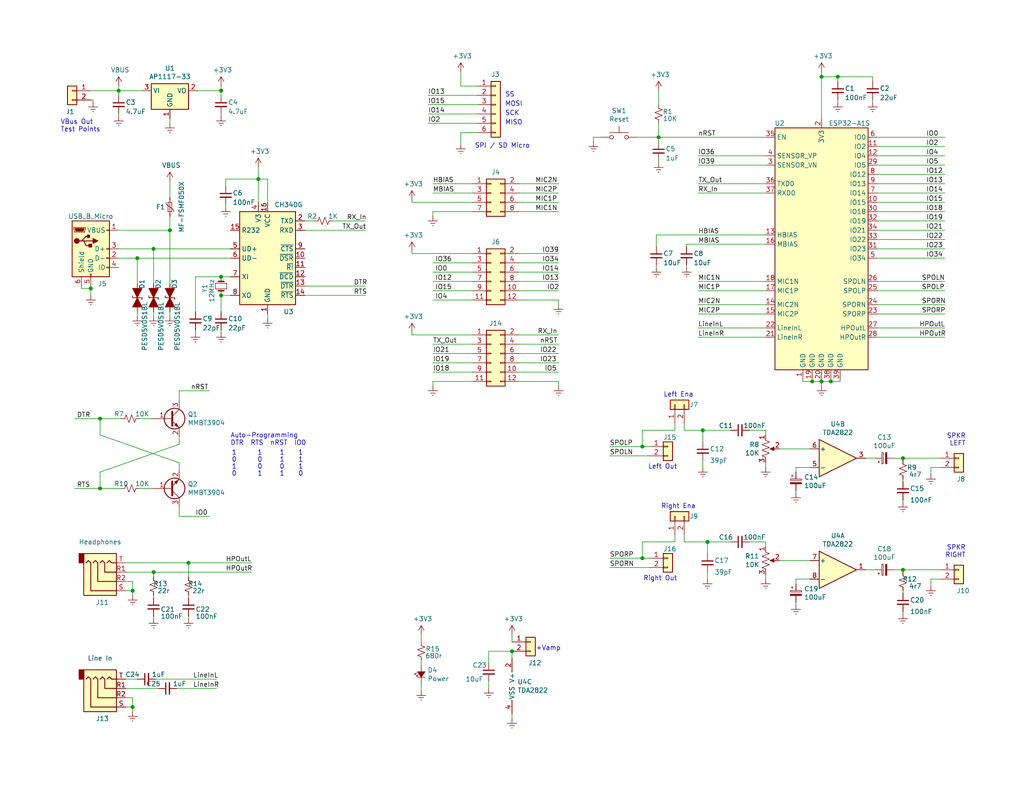
<source format=kicad_sch>
(kicad_sch (version 20231120) (generator "eeschema") (generator_version "8.0")
  (paper "A")
  (title_block (title "ESP32-A1S Breakout") (date "2021-03-21") (rev "1") (company "Gadget Reboot") (comment 1 "https://www.youtube.com/gadgetreboot") (comment 2 "https://github.com/GadgetReboot/ESP32-A1S"))
  (junction (at 224.155 20.955))
  (junction (at 70.485 48.895))
  (junction (at 27.305 133.35))
  (junction (at 36.195 193.04))
  (junction (at 139.7 177.8))
  (junction (at 246.38 125.095))
  (junction (at 24.765 78.74))
  (junction (at 228.6 20.955))
  (junction (at 179.705 37.465))
  (junction (at 191.77 117.475))
  (junction (at 60.325 75.565))
  (junction (at 224.155 104.14))
  (junction (at 60.325 24.765))
  (junction (at 175.26 121.92))
  (junction (at 37.465 70.485))
  (junction (at 193.04 147.955))
  (junction (at 51.435 153.67))
  (junction (at 32.385 24.765))
  (junction (at 27.305 114.3))
  (junction (at 46.355 62.865))
  (junction (at 246.38 155.575))
  (junction (at 41.91 67.945))
  (junction (at 36.195 161.29))
  (junction (at 41.91 156.21))
  (junction (at 226.695 104.14))
  (junction (at 60.325 80.645))
  (junction (at 221.615 104.14))
  (junction (at 175.26 152.4))
  (wire (pts (xy 51.435 168.91) (xy 51.435 168.275)))
  (wire (pts (xy 70.485 48.895) (xy 70.485 45.72)))
  (wire (pts (xy 112.395 69.215) (xy 128.905 69.215)))
  (wire (pts (xy 246.38 131.445) (xy 246.38 130.81)))
  (wire (pts (xy 60.325 26.035) (xy 60.325 24.765)))
  (wire (pts (xy 48.895 109.22) (xy 48.895 106.68)))
  (wire (pts (xy 73.025 55.245) (xy 73.025 48.895)))
  (wire (pts (xy 118.11 93.98) (xy 128.905 93.98)))
  (wire (pts (xy 217.17 134.62) (xy 217.17 133.985)))
  (wire (pts (xy 152.4 104.14) (xy 141.605 104.14)))
  (wire (pts (xy 191.77 120.65) (xy 191.77 117.475)))
  (wire (pts (xy 60.325 85.09) (xy 60.325 80.645)))
  (wire (pts (xy 128.905 57.785) (xy 118.11 57.785)))
  (wire (pts (xy 193.04 151.13) (xy 193.04 147.955)))
  (wire (pts (xy 34.29 153.67) (xy 51.435 153.67)))
  (wire (pts (xy 36.195 193.04) (xy 36.195 194.31)))
  (wire (pts (xy 48.26 187.96) (xy 59.055 187.96)))
  (wire (pts (xy 179.07 73.025) (xy 179.07 72.39)))
  (wire (pts (xy 38.1 114.3) (xy 41.275 114.3)))
  (wire (pts (xy 114.935 186.69) (xy 114.935 188.595)))
  (wire (pts (xy 224.155 104.14) (xy 224.155 103.505)))
  (wire (pts (xy 60.325 31.75) (xy 60.325 31.115)))
  (wire (pts (xy 22.225 78.74) (xy 24.765 78.74)))
  (wire (pts (xy 37.465 86.36) (xy 37.465 85.09)))
  (wire (pts (xy 141.605 99.06) (xy 152.4 99.06)))
  (wire (pts (xy 208.915 92.075) (xy 190.5 92.075)))
  (wire (pts (xy 226.695 103.505) (xy 226.695 104.14)))
  (wire (pts (xy 186.69 147.955) (xy 193.04 147.955)))
  (wire (pts (xy 118.11 74.295) (xy 128.905 74.295)))
  (wire (pts (xy 220.98 158.115) (xy 217.17 158.115)))
  (wire (pts (xy 246.38 125.095) (xy 246.38 125.73)))
  (wire (pts (xy 243.84 155.575) (xy 246.38 155.575)))
  (wire (pts (xy 152.4 105.41) (xy 152.4 104.14)))
  (wire (pts (xy 246.38 155.575) (xy 246.38 156.21)))
  (wire (pts (xy 228.6 20.955) (xy 224.155 20.955)))
  (wire (pts (xy 130.175 28.575) (xy 116.84 28.575)))
  (wire (pts (xy 141.605 101.6) (xy 152.4 101.6)))
  (wire (pts (xy 118.11 104.14) (xy 118.11 105.41)))
  (wire (pts (xy 25.4 27.94) (xy 25.4 27.305)))
  (wire (pts (xy 36.195 190.5) (xy 36.195 193.04)))
  (wire (pts (xy 221.615 103.505) (xy 221.615 104.14)))
  (wire (pts (xy 48.895 121.285) (xy 27.305 128.905)))
  (wire (pts (xy 208.915 79.375) (xy 190.5 79.375)))
  (wire (pts (xy 46.355 33.655) (xy 46.355 32.385)))
  (wire (pts (xy 208.915 83.185) (xy 190.5 83.185)))
  (wire (pts (xy 51.435 163.195) (xy 51.435 162.56)))
  (wire (pts (xy 257.81 89.535) (xy 239.395 89.535)))
  (wire (pts (xy 27.305 118.745) (xy 27.305 114.3)))
  (wire (pts (xy 238.125 27.94) (xy 238.125 27.305)))
  (wire (pts (xy 224.155 20.955) (xy 224.155 32.385)))
  (wire (pts (xy 73.025 48.895) (xy 70.485 48.895)))
  (wire (pts (xy 46.355 49.53) (xy 46.355 53.975)))
  (wire (pts (xy 208.915 89.535) (xy 190.5 89.535)))
  (wire (pts (xy 118.11 79.375) (xy 128.905 79.375)))
  (wire (pts (xy 219.075 104.14) (xy 221.615 104.14)))
  (wire (pts (xy 41.91 156.21) (xy 68.58 156.21)))
  (wire (pts (xy 53.34 90.805) (xy 53.34 90.17)))
  (wire (pts (xy 212.725 153.035) (xy 220.98 153.035)))
  (wire (pts (xy 246.38 137.16) (xy 246.38 136.525)))
  (wire (pts (xy 257.81 65.405) (xy 239.395 65.405)))
  (wire (pts (xy 48.895 138.43) (xy 48.895 140.97)))
  (wire (pts (xy 224.155 105.41) (xy 224.155 104.14)))
  (wire (pts (xy 24.765 78.74) (xy 24.765 78.105)))
  (wire (pts (xy 179.705 33.655) (xy 179.705 37.465)))
  (wire (pts (xy 152.4 81.915) (xy 141.605 81.915)))
  (wire (pts (xy 118.11 99.06) (xy 128.905 99.06)))
  (wire (pts (xy 34.29 158.75) (xy 36.195 158.75)))
  (wire (pts (xy 208.915 117.475) (xy 208.915 118.745)))
  (wire (pts (xy 141.605 71.755) (xy 152.4 71.755)))
  (wire (pts (xy 46.355 86.36) (xy 46.355 85.09)))
  (wire (pts (xy 239.395 83.185) (xy 257.81 83.185)))
  (wire (pts (xy 224.155 19.685) (xy 224.155 20.955)))
  (wire (pts (xy 257.81 37.465) (xy 239.395 37.465)))
  (wire (pts (xy 257.81 47.625) (xy 239.395 47.625)))
  (wire (pts (xy 179.07 64.135) (xy 208.915 64.135)))
  (wire (pts (xy 257.81 40.005) (xy 239.395 40.005)))
  (wire (pts (xy 141.605 57.785) (xy 152.4 57.785)))
  (wire (pts (xy 22.225 78.105) (xy 22.225 78.74)))
  (wire (pts (xy 83.185 60.325) (xy 85.725 60.325)))
  (wire (pts (xy 220.98 122.555) (xy 212.725 122.555)))
  (wire (pts (xy 246.38 161.925) (xy 246.38 161.29)))
  (wire (pts (xy 61.595 50.8) (xy 61.595 48.895)))
  (wire (pts (xy 184.15 146.05) (xy 184.15 147.955)))
  (wire (pts (xy 118.11 101.6) (xy 128.905 101.6)))
  (wire (pts (xy 226.695 104.14) (xy 224.155 104.14)))
  (wire (pts (xy 41.91 168.91) (xy 41.91 168.275)))
  (wire (pts (xy 228.6 22.225) (xy 228.6 20.955)))
  (wire (pts (xy 257.81 70.485) (xy 239.395 70.485)))
  (wire (pts (xy 34.29 190.5) (xy 36.195 190.5)))
  (wire (pts (xy 34.29 187.96) (xy 43.18 187.96)))
  (wire (pts (xy 32.385 24.765) (xy 32.385 23.495)))
  (wire (pts (xy 48.895 126.365) (xy 27.305 118.745)))
  (wire (pts (xy 208.915 85.725) (xy 190.5 85.725)))
  (wire (pts (xy 175.26 117.475) (xy 175.26 121.92)))
  (wire (pts (xy 60.325 75.565) (xy 53.34 75.565)))
  (wire (pts (xy 36.195 158.75) (xy 36.195 161.29)))
  (wire (pts (xy 221.615 104.14) (xy 224.155 104.14)))
  (wire (pts (xy 184.15 147.955) (xy 175.26 147.955)))
  (wire (pts (xy 41.91 77.47) (xy 41.91 67.945)))
  (wire (pts (xy 27.305 133.35) (xy 20.32 133.35)))
  (wire (pts (xy 130.175 23.495) (xy 125.73 23.495)))
  (wire (pts (xy 83.185 62.865) (xy 99.695 62.865)))
  (wire (pts (xy 208.915 76.835) (xy 190.5 76.835)))
  (wire (pts (xy 37.465 70.485) (xy 32.385 70.485)))
  (wire (pts (xy 139.7 179.705) (xy 139.7 177.8)))
  (wire (pts (xy 32.385 31.75) (xy 32.385 31.115)))
  (wire (pts (xy 118.11 50.165) (xy 128.905 50.165)))
  (wire (pts (xy 257.81 42.545) (xy 239.395 42.545)))
  (wire (pts (xy 141.605 93.98) (xy 152.4 93.98)))
  (wire (pts (xy 51.435 153.67) (xy 68.58 153.67)))
  (wire (pts (xy 48.895 119.38) (xy 48.895 121.285)))
  (wire (pts (xy 179.07 67.31) (xy 179.07 64.135)))
  (wire (pts (xy 33.02 133.35) (xy 27.305 133.35)))
  (wire (pts (xy 32.385 62.865) (xy 46.355 62.865)))
  (wire (pts (xy 139.7 177.8) (xy 133.35 177.8)))
  (wire (pts (xy 125.73 23.495) (xy 125.73 19.685)))
  (wire (pts (xy 133.35 177.8) (xy 133.35 180.975)))
  (wire (pts (xy 161.925 38.735) (xy 161.925 37.465)))
  (wire (pts (xy 257.81 52.705) (xy 239.395 52.705)))
  (wire (pts (xy 257.81 50.165) (xy 239.395 50.165)))
  (wire (pts (xy 175.26 152.4) (xy 177.165 152.4)))
  (wire (pts (xy 41.91 67.945) (xy 62.865 67.945)))
  (wire (pts (xy 112.395 90.805) (xy 112.395 91.44)))
  (wire (pts (xy 193.04 158.115) (xy 193.04 156.21)))
  (wire (pts (xy 257.81 62.865) (xy 239.395 62.865)))
  (wire (pts (xy 41.91 163.195) (xy 41.91 162.56)))
  (wire (pts (xy 34.29 193.04) (xy 36.195 193.04)))
  (wire (pts (xy 125.73 36.195) (xy 125.73 39.37)))
  (wire (pts (xy 238.76 155.575) (xy 236.22 155.575)))
  (wire (pts (xy 208.915 127.635) (xy 208.915 126.365)))
  (wire (pts (xy 48.895 128.27) (xy 48.895 126.365)))
  (wire (pts (xy 246.38 125.095) (xy 256.54 125.095)))
  (wire (pts (xy 179.705 37.465) (xy 208.915 37.465)))
  (wire (pts (xy 141.605 69.215) (xy 152.4 69.215)))
  (wire (pts (xy 186.69 147.955) (xy 186.69 146.05)))
  (wire (pts (xy 166.37 154.94) (xy 177.165 154.94)))
  (wire (pts (xy 175.26 121.92) (xy 177.165 121.92)))
  (wire (pts (xy 139.7 196.215) (xy 139.7 194.945)))
  (wire (pts (xy 166.37 124.46) (xy 177.165 124.46)))
  (wire (pts (xy 220.98 127.635) (xy 217.17 127.635)))
  (wire (pts (xy 38.735 24.765) (xy 32.385 24.765)))
  (wire (pts (xy 208.915 147.955) (xy 208.915 149.225)))
  (wire (pts (xy 118.11 76.835) (xy 128.905 76.835)))
  (wire (pts (xy 179.705 28.575) (xy 179.705 24.765)))
  (wire (pts (xy 208.915 42.545) (xy 190.5 42.545)))
  (wire (pts (xy 141.605 79.375) (xy 152.4 79.375)))
  (wire (pts (xy 60.325 90.805) (xy 60.325 90.17)))
  (wire (pts (xy 112.395 55.245) (xy 128.905 55.245)))
  (wire (pts (xy 179.705 38.735) (xy 179.705 37.465)))
  (wire (pts (xy 186.69 117.475) (xy 191.77 117.475)))
  (wire (pts (xy 187.325 73.025) (xy 187.325 72.39)))
  (wire (pts (xy 61.595 48.895) (xy 70.485 48.895)))
  (wire (pts (xy 238.125 22.225) (xy 238.125 20.955)))
  (wire (pts (xy 114.935 180.34) (xy 114.935 181.61)))
  (wire (pts (xy 141.605 52.705) (xy 152.4 52.705)))
  (wire (pts (xy 173.99 37.465) (xy 179.705 37.465)))
  (wire (pts (xy 254 129.54) (xy 254 127.635)))
  (wire (pts (xy 37.465 77.47) (xy 37.465 70.485)))
  (wire (pts (xy 239.395 79.375) (xy 257.81 79.375)))
  (wire (pts (xy 179.705 44.45) (xy 179.705 43.815)))
  (wire (pts (xy 41.91 156.21) (xy 41.91 157.48)))
  (wire (pts (xy 229.235 104.14) (xy 226.695 104.14)))
  (wire (pts (xy 48.895 106.68) (xy 57.15 106.68)))
  (wire (pts (xy 239.395 85.725) (xy 257.81 85.725)))
  (wire (pts (xy 141.605 50.165) (xy 152.4 50.165)))
  (wire (pts (xy 53.34 75.565) (xy 53.34 85.09)))
  (wire (pts (xy 62.865 80.645) (xy 60.325 80.645)))
  (wire (pts (xy 141.605 76.835) (xy 152.4 76.835)))
  (wire (pts (xy 128.905 104.14) (xy 118.11 104.14)))
  (wire (pts (xy 187.325 67.31) (xy 187.325 66.675)))
  (wire (pts (xy 184.15 115.57) (xy 184.15 117.475)))
  (wire (pts (xy 239.395 76.835) (xy 257.81 76.835)))
  (wire (pts (xy 32.385 26.035) (xy 32.385 24.765)))
  (wire (pts (xy 33.02 114.3) (xy 27.305 114.3)))
  (wire (pts (xy 27.305 114.3) (xy 20.32 114.3)))
  (wire (pts (xy 193.04 147.955) (xy 199.39 147.955)))
  (wire (pts (xy 24.765 24.765) (xy 32.385 24.765)))
  (wire (pts (xy 133.35 187.96) (xy 133.35 186.055)))
  (wire (pts (xy 53.975 24.765) (xy 60.325 24.765)))
  (wire (pts (xy 257.81 92.075) (xy 239.395 92.075)))
  (wire (pts (xy 41.91 67.945) (xy 32.385 67.945)))
  (wire (pts (xy 238.76 125.095) (xy 236.22 125.095)))
  (wire (pts (xy 118.11 81.915) (xy 128.905 81.915)))
  (wire (pts (xy 257.81 45.085) (xy 239.395 45.085)))
  (wire (pts (xy 219.075 103.505) (xy 219.075 104.14)))
  (wire (pts (xy 83.185 78.105) (xy 99.695 78.105)))
  (wire (pts (xy 228.6 27.94) (xy 228.6 27.305)))
  (wire (pts (xy 112.395 54.61) (xy 112.395 55.245)))
  (wire (pts (xy 25.4 27.305) (xy 24.765 27.305)))
  (wire (pts (xy 208.915 45.085) (xy 190.5 45.085)))
  (wire (pts (xy 238.125 20.955) (xy 228.6 20.955)))
  (wire (pts (xy 130.175 33.655) (xy 116.84 33.655)))
  (wire (pts (xy 70.485 55.245) (xy 70.485 48.895)))
  (wire (pts (xy 34.29 161.29) (xy 36.195 161.29)))
  (wire (pts (xy 257.81 55.245) (xy 239.395 55.245)))
  (wire (pts (xy 90.805 60.325) (xy 99.695 60.325)))
  (wire (pts (xy 37.465 70.485) (xy 62.865 70.485)))
  (wire (pts (xy 73.025 86.995) (xy 73.025 85.725)))
  (wire (pts (xy 118.11 52.705) (xy 128.905 52.705)))
  (wire (pts (xy 187.325 66.675) (xy 208.915 66.675)))
  (wire (pts (xy 257.81 60.325) (xy 239.395 60.325)))
  (wire (pts (xy 48.895 140.97) (xy 57.15 140.97)))
  (wire (pts (xy 152.4 83.185) (xy 152.4 81.915)))
  (wire (pts (xy 166.37 121.92) (xy 175.26 121.92)))
  (wire (pts (xy 51.435 153.67) (xy 51.435 157.48)))
  (wire (pts (xy 184.15 117.475) (xy 175.26 117.475)))
  (wire (pts (xy 118.11 57.785) (xy 118.11 59.055)))
  (wire (pts (xy 114.935 173.355) (xy 114.935 175.26)))
  (wire (pts (xy 46.355 77.47) (xy 46.355 62.865)))
  (wire (pts (xy 34.29 156.21) (xy 41.91 156.21)))
  (wire (pts (xy 246.38 155.575) (xy 256.54 155.575)))
  (wire (pts (xy 34.29 185.42) (xy 37.465 185.42)))
  (wire (pts (xy 60.325 24.765) (xy 60.325 23.495)))
  (wire (pts (xy 112.395 91.44) (xy 128.905 91.44)))
  (wire (pts (xy 204.47 147.955) (xy 208.915 147.955)))
  (wire (pts (xy 217.17 158.115) (xy 217.17 159.385)))
  (wire (pts (xy 243.84 125.095) (xy 246.38 125.095)))
  (wire (pts (xy 41.275 133.35) (xy 38.1 133.35)))
  (wire (pts (xy 130.175 36.195) (xy 125.73 36.195)))
  (wire (pts (xy 24.765 80.645) (xy 24.765 78.74)))
  (wire (pts (xy 175.26 147.955) (xy 175.26 152.4)))
  (wire (pts (xy 257.81 67.945) (xy 239.395 67.945)))
  (wire (pts (xy 186.69 117.475) (xy 186.69 115.57)))
  (wire (pts (xy 118.11 96.52) (xy 128.905 96.52)))
  (wire (pts (xy 141.605 91.44) (xy 152.4 91.44)))
  (wire (pts (xy 36.195 161.29) (xy 36.195 162.56)))
  (wire (pts (xy 46.355 59.055) (xy 46.355 62.865)))
  (wire (pts (xy 229.235 103.505) (xy 229.235 104.14)))
  (wire (pts (xy 112.395 68.58) (xy 112.395 69.215)))
  (wire (pts (xy 204.47 117.475) (xy 208.915 117.475)))
  (wire (pts (xy 141.605 55.245) (xy 152.4 55.245)))
  (wire (pts (xy 191.77 127.635) (xy 191.77 125.73)))
  (wire (pts (xy 191.77 117.475) (xy 199.39 117.475)))
  (wire (pts (xy 130.175 26.035) (xy 116.84 26.035)))
  (wire (pts (xy 161.925 37.465) (xy 163.83 37.465)))
  (wire (pts (xy 208.915 50.165) (xy 190.5 50.165)))
  (wire (pts (xy 217.17 127.635) (xy 217.17 128.905)))
  (wire (pts (xy 42.545 185.42) (xy 59.055 185.42)))
  (wire (pts (xy 166.37 152.4) (xy 175.26 152.4)))
  (wire (pts (xy 217.17 165.1) (xy 217.17 164.465)))
  (wire (pts (xy 254 127.635) (xy 256.54 127.635)))
  (wire (pts (xy 118.11 71.755) (xy 128.905 71.755)))
  (wire (pts (xy 141.605 96.52) (xy 152.4 96.52)))
  (wire (pts (xy 208.915 52.705) (xy 190.5 52.705)))
  (wire (pts (xy 61.595 56.515) (xy 61.595 55.88)))
  (wire (pts (xy 27.305 128.905) (xy 27.305 133.35)))
  (wire (pts (xy 41.91 86.36) (xy 41.91 85.09)))
  (wire (pts (xy 257.81 57.785) (xy 239.395 57.785)))
  (wire (pts (xy 246.38 167.64) (xy 246.38 167.005)))
  (wire (pts (xy 62.865 75.565) (xy 60.325 75.565)))
  (wire (pts (xy 139.7 175.26) (xy 139.7 173.355)))
  (wire (pts (xy 130.175 31.115) (xy 116.84 31.115)))
  (wire (pts (xy 254 160.02) (xy 254 158.115)))
  (wire (pts (xy 208.915 158.115) (xy 208.915 156.845)))
  (wire (pts (xy 83.185 80.645) (xy 99.695 80.645)))
  (wire (pts (xy 254 158.115) (xy 256.54 158.115)))
  (wire (pts (xy 141.605 74.295) (xy 152.4 74.295)))
  (text "Left Out\n" (at 184.785 128.27 0) (effects (font (size 1.27 1.27)) (justify right bottom)))
  (text " 1      0     0    1" (at 62.23 128.27 0) (effects (font (size 1.27 1.27)) (justify left bottom)))
  (text "Right Ena" (at 189.865 139.065 0) (effects (font (size 1.27 1.27)) (justify right bottom)))
  (text "SPKR\nRIGHT\n" (at 263.525 152.4 0) (effects (font (size 1.27 1.27)) (justify right bottom)))
  (text "SS" (at 137.795 26.67 0) (effects (font (size 1.27 1.27)) (justify left bottom)))
  (text "SPKR\nLEFT\n" (at 263.525 121.92 0) (effects (font (size 1.27 1.27)) (justify right bottom)))
  (text "SPI / SD Micro" (at 129.54 40.64 0) (effects (font (size 1.27 1.27)) (justify left bottom)))
  (text "Right Out" (at 184.785 158.75 0) (effects (font (size 1.27 1.27)) (justify right bottom)))
  (text "+Vamp\n" (at 153.035 177.8 0) (effects (font (size 1.27 1.27)) (justify right bottom)))
  (text "MISO" (at 137.795 34.29 0) (effects (font (size 1.27 1.27)) (justify left bottom)))
  (text " 0      0     1    1" (at 62.23 126.365 0) (effects (font (size 1.27 1.27)) (justify left bottom)))
  (text " 1      1     1    1" (at 62.23 124.46 0) (effects (font (size 1.27 1.27)) (justify left bottom)))
  (text "MOSI" (at 137.795 29.21 0) (effects (font (size 1.27 1.27)) (justify left bottom)))
  (text "Auto-Programming\nDTR  RTS  nRST  IO0\n " (at 62.865 123.825 0) (effects (font (size 1.27 1.27)) (justify left bottom)))
  (text "Left Ena\n" (at 189.23 108.585 0) (effects (font (size 1.27 1.27)) (justify right bottom)))
  (text "SCK" (at 137.795 31.75 0) (effects (font (size 1.27 1.27)) (justify left bottom)))
  (text " 0      1     1    0" (at 62.23 130.175 0) (effects (font (size 1.27 1.27)) (justify left bottom)))
  (text "VBus Out\nTest Points\n" (at 16.51 36.195 0) (effects (font (size 1.27 1.27)) (justify left bottom)))
  (label "IO5" (at 148.59 101.6 0))
  (label "IO36" (at 190.5 42.545 0))
  (label "nRST" (at 147.32 93.98 0))
  (label "IO14" (at 147.955 74.295 0))
  (label "LineInR" (at 190.5 92.075 0))
  (label "SPORN" (at 251.46 83.185 0))
  (label "IO39" (at 190.5 45.085 0))
  (label "IO0" (at 252.73 37.465 0))
  (label "SPORP" (at 166.37 152.4 0))
  (label "LineInL" (at 190.5 89.535 0))
  (label "DTR" (at 96.52 78.105 0))
  (label "IO13" (at 252.73 50.165 0))
  (label "TX_Out" (at 93.345 62.865 0))
  (label "nRST" (at 52.07 106.68 0))
  (label "SPOLN" (at 166.37 124.46 0))
  (label "IO19" (at 252.73 60.325 0))
  (label "MIC2P" (at 190.5 85.725 0))
  (label "IO14" (at 116.84 31.115 0))
  (label "IO2" (at 116.84 33.655 0))
  (label "MBIAS" (at 118.11 52.705 0))
  (label "IO2" (at 149.225 79.375 0))
  (label "IO12" (at 118.745 76.835 0))
  (label "RTS" (at 96.52 80.645 0))
  (label "IO15" (at 116.84 28.575 0))
  (label "HBIAS" (at 190.5 64.135 0))
  (label "SPOLP" (at 251.46 79.375 0))
  (label "HPOutL" (at 61.595 153.67 0))
  (label "RTS" (at 20.955 133.35 0))
  (label "IO21" (at 118.11 96.52 0))
  (label "IO0" (at 118.745 74.295 0))
  (label "MIC1N" (at 190.5 76.835 0))
  (label "IO13" (at 116.84 26.035 0))
  (label "HPOutR" (at 250.825 92.075 0))
  (label "HBIAS" (at 118.11 50.165 0))
  (label "LineInL" (at 52.705 185.42 0))
  (label "DTR" (at 20.955 114.3 0))
  (label "TX_Out" (at 118.11 93.98 0))
  (label "IO18" (at 118.11 101.6 0))
  (label "IO39" (at 147.955 69.215 0))
  (label "IO15" (at 118.745 79.375 0))
  (label "IO34" (at 147.955 71.755 0))
  (label "MIC1P" (at 146.05 55.245 0))
  (label "IO4" (at 118.745 81.915 0))
  (label "IO19" (at 118.11 99.06 0))
  (label "TX_Out" (at 190.5 50.165 0))
  (label "IO5" (at 252.73 45.085 0))
  (label "MIC2N" (at 146.05 50.165 0))
  (label "SPORP" (at 251.46 85.725 0))
  (label "SPOLN" (at 251.46 76.835 0))
  (label "IO22" (at 147.32 96.52 0))
  (label "SPORN" (at 166.37 154.94 0))
  (label "MIC2P" (at 146.05 52.705 0))
  (label "LineInR" (at 52.705 187.96 0))
  (label "SPOLP" (at 166.37 121.92 0))
  (label "IO21" (at 252.73 62.865 0))
  (label "nRST" (at 190.5 37.465 0))
  (label "IO23" (at 147.32 99.06 0))
  (label "IO36" (at 118.745 71.755 0))
  (label "MIC1P" (at 190.5 79.375 0))
  (label "MBIAS" (at 190.5 66.675 0))
  (label "IO0" (at 53.34 140.97 0))
  (label "HPOutL" (at 250.825 89.535 0))
  (label "IO14" (at 252.73 52.705 0))
  (label "RX_In" (at 190.5 52.705 0))
  (label "IO13" (at 147.955 76.835 0))
  (label "HPOutR" (at 61.595 156.21 0))
  (label "MIC1N" (at 146.05 57.785 0))
  (label "MIC2N" (at 190.5 83.185 0))
  (label "IO18" (at 252.73 57.785 0))
  (label "IO34" (at 252.73 70.485 0))
  (label "IO2" (at 252.73 40.005 0))
  (label "IO4" (at 252.73 42.545 0))
  (label "IO15" (at 252.73 55.245 0))
  (label "IO22" (at 252.73 65.405 0))
  (label "IO23" (at 252.73 67.945 0))
  (label "RX_In" (at 94.615 60.325 0))
  (label "RX_In" (at 146.685 91.44 0))
  (label "IO12" (at 252.73 47.625 0))
  (symbol (lib_id "GR_ESP32-A1S-rescue:R_POT_US-Device") (at 208.915 122.555 0) (unit 1)
    (property "Reference" "R8" (at 207.1878 121.3866 0) (effects (justify right)))
    (property "Value" "10K" (at 207.1878 123.698 0) (effects (justify right)))
    (property "Footprint" "Potentiometer_THT:Potentiometer_Vishay_T73YP_Vertical" (effects (hide yes)))
  )
  (symbol (lib_id "GR_ESP32-A1S-rescue:ESP32-A1S-extlib") (at 224.155 67.945 0) (unit 1)
    (property "Reference" "U2" (at 212.725 33.655 0))
    (property "Value" "ESP32-A1S" (at 231.775 33.655 0))
    (property "Footprint" "_Custom_Footprints:ESP32-A1S" (effects (hide yes)))
    (property "Datasheet" "https://www.espressif.com/sites/default/files/documentation/esp32-wroom-32_datasheet_en.pdf" (effects (hide yes)))
  )
  (symbol (lib_id "GR_ESP32-A1S-rescue:TDA2822-extlib") (at 228.6 155.575 0) (unit 1)
    (property "Reference" "U4" (at 228.6 146.2532 0))
    (property "Value" "TDA2822" (at 228.6 148.5646 0))
    (property "Footprint" "Package_SO:SOIC-8_3.9x4.9mm_P1.27mm" (effects (hide yes)))
    (property "Datasheet" "https://www.nxp.com/docs/en/data-sheet/TDA1308.pdf" (effects (hide yes)))
  )
  (symbol (lib_id "GR_ESP32-A1S-rescue:TDA2822-extlib") (at 228.6 125.095 0) (unit 2)
    (property "Reference" "U4" (at 228.6 115.7732 0))
    (property "Value" "TDA2822" (at 228.6 118.0846 0))
    (property "Footprint" "Package_SO:SOIC-8_3.9x4.9mm_P1.27mm" (effects (hide yes)))
    (property "Datasheet" "https://www.nxp.com/docs/en/data-sheet/TDA1308.pdf" (effects (hide yes)))
  )
  (symbol (lib_id "GR_ESP32-A1S-rescue:TDA2822-extlib") (at 142.24 187.325 0) (unit 3)
    (property "Reference" "U4" (at 141.1732 186.1566 0) (effects (justify left)))
    (property "Value" "TDA2822" (at 141.1732 188.468 0) (effects (justify left)))
    (property "Footprint" "Package_SO:SOIC-8_3.9x4.9mm_P1.27mm" (effects (hide yes)))
    (property "Datasheet" "https://www.nxp.com/docs/en/data-sheet/TDA1308.pdf" (effects (hide yes)))
  )
  (symbol (lib_id "GR_ESP32-A1S-rescue:D_TVS_ALT-Device") (at 41.91 81.28 270) (unit 1)
    (property "Reference" "D2" (at 43.18 76.2 0) (effects (justify left)))
    (property "Value" "PESD5V0S1BL" (at 43.9166 82.423 0) (effects (justify left)))
    (property "Footprint" "_Custom_Footprints:SOD-882" (effects (hide yes)))
  )
  (symbol (lib_id "GR_ESP32-A1S-rescue:D_TVS_ALT-Device") (at 46.355 81.28 270) (unit 1)
    (property "Reference" "D3" (at 47.625 76.2 0) (effects (justify left)))
    (property "Value" "PESD5V0S1BL" (at 48.3616 82.423 0) (effects (justify left)))
    (property "Footprint" "_Custom_Footprints:SOD-882" (effects (hide yes)))
  )
  (symbol (lib_id "GR_ESP32-A1S-rescue:GNDREF-power") (at 37.465 86.36 0) (mirror y) (unit 1)
    (property "Reference" "#PWR023" (effects (hide yes)))
    (property "Value" "GNDREF" (effects (hide yes)))
  )
  (symbol (lib_id "GR_ESP32-A1S-rescue:GNDREF-power") (at 41.91 86.36 0) (mirror y) (unit 1)
    (property "Reference" "#PWR024" (effects (hide yes)))
    (property "Value" "GNDREF" (effects (hide yes)))
  )
  (symbol (lib_id "GR_ESP32-A1S-rescue:GNDREF-power") (at 46.355 86.36 0) (mirror y) (unit 1)
    (property "Reference" "#PWR025" (effects (hide yes)))
    (property "Value" "GNDREF" (effects (hide yes)))
  )
  (symbol (lib_id "GR_ESP32-A1S-rescue:CH340G-Interface_USB") (at 73.025 70.485 0) (unit 1)
    (property "Reference" "U3" (at 78.74 85.09 0))
    (property "Value" "CH340G" (at 78.74 55.88 0))
    (property "Footprint" "Package_SO:SOIC-16_3.9x9.9mm_P1.27mm" (effects (hide yes)))
    (property "Datasheet" "http://www.datasheet5.com/pdf-local-2195953" (effects (hide yes)))
  )
  (symbol (lib_id "GR_ESP32-A1S-rescue:USB_B_Micro-Connector") (at 24.765 67.945 0) (unit 1)
    (property "Reference" "J5" (at 27.94 77.47 0))
    (property "Value" "USB_B_Micro" (at 24.765 59.055 0))
    (property "Footprint" "Connector_USB:USB_Micro-B_GCT_USB3076-30-A" (effects (hide yes)))
  )
  (symbol (lib_id "Device:Crystal_Small") (at 60.325 78.105 270) (unit 1)
    (property "Reference" "Y1" (at 55.88 78.74 0))
    (property "Value" "12MHz" (at 57.785 79.375 0))
    (property "Footprint" "Crystal:Crystal_SMD_HC49-SD_HandSoldering" (effects (hide yes)))
  )
  (symbol (lib_id "GR_ESP32-A1S-rescue:GNDREF-power") (at 24.765 80.645 0) (mirror y) (unit 1)
    (property "Reference" "#PWR022" (effects (hide yes)))
    (property "Value" "GNDREF" (effects (hide yes)))
  )
  (symbol (lib_id "Regulator_Linear:AP1117-33") (at 46.355 24.765 0) (unit 1)
    (property "Reference" "U1" (at 46.355 18.6182 0))
    (property "Value" "AP1117-33" (at 46.355 20.9296 0))
    (property "Footprint" "Package_TO_SOT_SMD:SOT-223-3_TabPin2" (effects (hide yes)))
    (property "Datasheet" "http://www.diodes.com/datasheets/AP1117.pdf" (effects (hide yes)))
  )
  (symbol (lib_id "Connector_Generic:Conn_01x06") (at 135.255 28.575 0) (unit 1)
    (property "Reference" "J3" (at 133.985 20.32 0) (effects (justify left)))
    (property "Value" "SPI" (effects (hide yes)))
    (property "Footprint" "Connector_PinHeader_2.54mm:PinHeader_1x06_P2.54mm_Vertical" (effects (hide yes)))
  )
  (symbol (lib_id "GR_ESP32-A1S-rescue:AudioJack4-Connector") (at 29.21 190.5 0) (mirror x) (unit 1)
    (property "Reference" "J13" (at 27.94 196.215 0))
    (property "Value" "Line In" (at 27.305 179.705 0))
    (property "Footprint" "Connector_Audio:Jack_3.5mm_PJ320D_Horizontal" (effects (hide yes)))
  )
  (symbol (lib_id "Device:C_Small") (at 60.325 87.63 0) (unit 1)
    (property "Reference" "C10" (at 62.23 86.995 0) (effects (justify left)))
    (property "Value" "22pF" (at 62.23 89.535 0) (effects (justify left)))
    (property "Footprint" "Capacitor_SMD:C_0805_2012Metric_Pad1.15x1.40mm_HandSolder" (effects (hide yes)))
  )
  (symbol (lib_id "GR_ESP32-A1S-rescue:AudioJack4-Connector") (at 29.21 158.75 0) (mirror x) (unit 1)
    (property "Reference" "J11" (at 27.94 164.465 0))
    (property "Value" "Headphones" (at 27.305 147.955 0))
    (property "Footprint" "Connector_Audio:Jack_3.5mm_PJ320D_Horizontal" (effects (hide yes)))
  )
  (symbol (lib_id "Device:C_Small") (at 53.34 87.63 0) (unit 1)
    (property "Reference" "C9" (at 55.245 86.995 0) (effects (justify left)))
    (property "Value" "22pF" (at 55.245 89.535 0) (effects (justify left)))
    (property "Footprint" "Capacitor_SMD:C_0805_2012Metric_Pad1.15x1.40mm_HandSolder" (effects (hide yes)))
  )
  (symbol (lib_id "GR_ESP32-A1S-rescue:GNDREF-power") (at 53.34 90.805 0) (mirror y) (unit 1)
    (property "Reference" "#PWR028" (effects (hide yes)))
    (property "Value" "GNDREF" (effects (hide yes)))
  )
  (symbol (lib_id "GR_ESP32-A1S-rescue:GNDREF-power") (at 60.325 90.805 0) (mirror y) (unit 1)
    (property "Reference" "#PWR029" (effects (hide yes)))
    (property "Value" "GNDREF" (effects (hide yes)))
  )
  (symbol (lib_id "GR_ESP32-A1S-rescue:GNDREF-power") (at 73.025 86.995 0) (mirror y) (unit 1)
    (property "Reference" "#PWR026" (effects (hide yes)))
    (property "Value" "GNDREF" (effects (hide yes)))
  )
  (symbol (lib_id "GR_ESP32-A1S-rescue:D_TVS_ALT-Device") (at 37.465 81.28 270) (unit 1)
    (property "Reference" "D1" (at 38.735 76.2 0) (effects (justify left)))
    (property "Value" "PESD5V0S1BL" (at 39.4716 82.423 0) (effects (justify left)))
    (property "Footprint" "_Custom_Footprints:SOD-882" (effects (hide yes)))
  )
  (symbol (lib_id "Device:R_Small_US") (at 88.265 60.325 90) (unit 1)
    (property "Reference" "R2" (at 83.82 59.055 90) (effects (justify right)))
    (property "Value" "1K" (at 89.535 59.055 90) (effects (justify right)))
    (property "Footprint" "Resistor_SMD:R_0805_2012Metric_Pad1.15x1.40mm_HandSolder" (effects (hide yes)))
  )
  (symbol (lib_id "GR_ESP32-A1S-rescue:+3V3-power") (at 70.485 45.72 0) (unit 1)
    (property "Reference" "#PWR016" (effects (hide yes)))
    (property "Value" "+3V3" (at 70.866 41.3258 0))
  )
  (symbol (lib_id "Device:C_Small") (at 61.595 53.34 0) (unit 1)
    (property "Reference" "C6" (at 63.5 52.705 0) (effects (justify left)))
    (property "Value" "100nF" (at 63.5 55.245 0) (effects (justify left)))
    (property "Footprint" "Capacitor_SMD:C_0805_2012Metric_Pad1.15x1.40mm_HandSolder" (effects (hide yes)))
  )
  (symbol (lib_id "GR_ESP32-A1S-rescue:GNDREF-power") (at 61.595 56.515 0) (mirror y) (unit 1)
    (property "Reference" "#PWR018" (effects (hide yes)))
    (property "Value" "GNDREF" (effects (hide yes)))
  )
  (symbol (lib_id "Device:Polyfuse_Small") (at 46.355 56.515 180) (unit 1)
    (property "Reference" "F1" (at 42.545 56.515 0) (effects (justify right)))
    (property "Value" "MF-FSMF050X" (at 49.53 63.5 90) (effects (justify right)))
    (property "Footprint" "Resistor_SMD:R_0603_1608Metric_Pad1.05x0.95mm_HandSolder" (effects (hide yes)))
  )
  (symbol (lib_id "GR_ESP32-A1S-rescue:VBUS-power") (at 46.355 49.53 0) (unit 1)
    (property "Reference" "#PWR017" (effects (hide yes)))
    (property "Value" "VBUS" (at 46.736 45.1358 0))
  )
  (symbol (lib_id "Device:C_Small") (at 32.385 28.575 0) (unit 1)
    (property "Reference" "C3" (at 34.29 27.94 0) (effects (justify left)))
    (property "Value" "4.7uF" (at 34.29 30.48 0) (effects (justify left)))
    (property "Footprint" "Capacitor_SMD:C_0805_2012Metric_Pad1.15x1.40mm_HandSolder" (effects (hide yes)))
  )
  (symbol (lib_id "GR_ESP32-A1S-rescue:GNDREF-power") (at 32.385 31.75 0) (mirror y) (unit 1)
    (property "Reference" "#PWR010" (effects (hide yes)))
    (property "Value" "GNDREF" (effects (hide yes)))
  )
  (symbol (lib_id "GR_ESP32-A1S-rescue:VBUS-power") (at 32.385 23.495 0) (unit 1)
    (property "Reference" "#PWR03" (effects (hide yes)))
    (property "Value" "VBUS" (at 32.766 19.1008 0))
  )
  (symbol (lib_id "Device:C_Small") (at 187.325 69.85 0) (unit 1)
    (property "Reference" "C8" (at 189.23 69.215 0) (effects (justify left)))
    (property "Value" "10uF" (at 189.23 71.755 0) (effects (justify left)))
    (property "Footprint" "Capacitor_SMD:C_0805_2012Metric_Pad1.15x1.40mm_HandSolder" (effects (hide yes)))
  )
  (symbol (lib_id "GR_ESP32-A1S-rescue:GNDREF-power") (at 187.325 73.025 0) (mirror y) (unit 1)
    (property "Reference" "#PWR021" (effects (hide yes)))
    (property "Value" "GNDREF" (effects (hide yes)))
  )
  (symbol (lib_id "Device:C_Small") (at 179.07 69.85 0) (unit 1)
    (property "Reference" "C7" (at 180.975 69.215 0) (effects (justify left)))
    (property "Value" "10uF" (at 180.975 71.755 0) (effects (justify left)))
    (property "Footprint" "Capacitor_SMD:C_0805_2012Metric_Pad1.15x1.40mm_HandSolder" (effects (hide yes)))
  )
  (symbol (lib_id "GR_ESP32-A1S-rescue:GNDREF-power") (at 179.07 73.025 0) (mirror y) (unit 1)
    (property "Reference" "#PWR020" (effects (hide yes)))
    (property "Value" "GNDREF" (effects (hide yes)))
  )
  (symbol (lib_id "GR_ESP32-A1S-rescue:+3V3-power") (at 60.325 23.495 0) (unit 1)
    (property "Reference" "#PWR04" (effects (hide yes)))
    (property "Value" "+3V3" (at 60.706 19.1008 0))
  )
  (symbol (lib_id "Device:C_Small") (at 238.125 24.765 0) (unit 1)
    (property "Reference" "C2" (at 240.03 24.13 0) (effects (justify left)))
    (property "Value" "22uF" (at 240.03 26.67 0) (effects (justify left)))
    (property "Footprint" "Capacitor_SMD:C_0805_2012Metric_Pad1.15x1.40mm_HandSolder" (effects (hide yes)))
  )
  (symbol (lib_id "GR_ESP32-A1S-rescue:GNDREF-power") (at 238.125 27.94 0) (mirror y) (unit 1)
    (property "Reference" "#PWR09" (effects (hide yes)))
    (property "Value" "GNDREF" (effects (hide yes)))
  )
  (symbol (lib_id "Device:C_Small") (at 60.325 28.575 0) (unit 1)
    (property "Reference" "C4" (at 62.23 27.94 0) (effects (justify left)))
    (property "Value" "4.7uF" (at 62.23 30.48 0) (effects (justify left)))
    (property "Footprint" "Capacitor_SMD:C_0805_2012Metric_Pad1.15x1.40mm_HandSolder" (effects (hide yes)))
  )
  (symbol (lib_id "GR_ESP32-A1S-rescue:GNDREF-power") (at 60.325 31.75 0) (mirror y) (unit 1)
    (property "Reference" "#PWR011" (effects (hide yes)))
    (property "Value" "GNDREF" (effects (hide yes)))
  )
  (symbol (lib_id "GR_ESP32-A1S-rescue:GNDREF-power") (at 46.355 33.655 0) (mirror y) (unit 1)
    (property "Reference" "#PWR012" (effects (hide yes)))
    (property "Value" "GNDREF" (effects (hide yes)))
  )
  (symbol (lib_id "Transistor_BJT:MMBT3904") (at 46.355 114.3 0) (unit 1)
    (property "Reference" "Q1" (at 51.2064 113.1316 0) (effects (justify left)))
    (property "Value" "MMBT3904" (at 51.2064 115.443 0) (effects (justify left)))
    (property "Footprint" "Package_TO_SOT_SMD:SOT-23" (effects (hide yes)))
    (property "Datasheet" "https://www.fairchildsemi.com/datasheets/2N/2N3904.pdf" (effects (hide yes)))
  )
  (symbol (lib_id "Transistor_BJT:MMBT3904") (at 46.355 133.35 0) (mirror x) (unit 1)
    (property "Reference" "Q2" (at 51.2064 132.1816 0) (effects (justify left)))
    (property "Value" "MMBT3904" (at 51.2064 134.493 0) (effects (justify left)))
    (property "Footprint" "Package_TO_SOT_SMD:SOT-23" (effects (hide yes)))
    (property "Datasheet" "https://www.fairchildsemi.com/datasheets/2N/2N3904.pdf" (effects (hide yes)))
  )
  (symbol (lib_id "Device:R_Small_US") (at 35.56 133.35 90) (unit 1)
    (property "Reference" "R10" (at 31.115 132.08 90) (effects (justify right)))
    (property "Value" "10K" (at 36.83 132.08 90) (effects (justify right)))
    (property "Footprint" "Resistor_SMD:R_0805_2012Metric_Pad1.15x1.40mm_HandSolder" (effects (hide yes)))
  )
  (symbol (lib_id "Device:R_Small_US") (at 35.56 114.3 90) (unit 1)
    (property "Reference" "R7" (at 31.115 113.03 90) (effects (justify right)))
    (property "Value" "10K" (at 36.83 113.03 90) (effects (justify right)))
    (property "Footprint" "Resistor_SMD:R_0805_2012Metric_Pad1.15x1.40mm_HandSolder" (effects (hide yes)))
  )
  (symbol (lib_id "GR_ESP32-A1S-rescue:+3V3-power") (at 224.155 19.685 0) (unit 1)
    (property "Reference" "#PWR02" (effects (hide yes)))
    (property "Value" "+3V3" (at 224.536 15.2908 0))
  )
  (symbol (lib_id "Device:C_Small") (at 228.6 24.765 0) (unit 1)
    (property "Reference" "C1" (at 230.505 24.13 0) (effects (justify left)))
    (property "Value" "100nF" (at 230.505 26.67 0) (effects (justify left)))
    (property "Footprint" "Capacitor_SMD:C_0805_2012Metric_Pad1.15x1.40mm_HandSolder" (effects (hide yes)))
  )
  (symbol (lib_id "GR_ESP32-A1S-rescue:GNDREF-power") (at 228.6 27.94 0) (mirror y) (unit 1)
    (property "Reference" "#PWR08" (effects (hide yes)))
    (property "Value" "GNDREF" (effects (hide yes)))
  )
  (symbol (lib_id "GR_ESP32-A1S-rescue:GNDREF-power") (at 224.155 105.41 0) (mirror y) (unit 1)
    (property "Reference" "#PWR032" (effects (hide yes)))
    (property "Value" "GNDREF" (effects (hide yes)))
  )
  (symbol (lib_id "Device:C_Small") (at 179.705 41.275 0) (unit 1)
    (property "Reference" "C5" (at 181.61 40.64 0) (effects (justify left)))
    (property "Value" "1uF" (at 181.61 43.18 0) (effects (justify left)))
    (property "Footprint" "Capacitor_SMD:C_0805_2012Metric_Pad1.15x1.40mm_HandSolder" (effects (hide yes)))
  )
  (symbol (lib_id "GR_ESP32-A1S-rescue:GNDREF-power") (at 179.705 44.45 0) (mirror y) (unit 1)
    (property "Reference" "#PWR015" (effects (hide yes)))
    (property "Value" "GNDREF" (effects (hide yes)))
  )
  (symbol (lib_id "Device:R_Small_US") (at 179.705 31.115 0) (unit 1)
    (property "Reference" "R1" (at 183.515 30.48 0) (effects (justify right)))
    (property "Value" "10K" (at 184.785 32.385 0) (effects (justify right)))
    (property "Footprint" "Resistor_SMD:R_0805_2012Metric_Pad1.15x1.40mm_HandSolder" (effects (hide yes)))
  )
  (symbol (lib_id "GR_ESP32-A1S-rescue:+3V3-power") (at 179.705 24.765 0) (unit 1)
    (property "Reference" "#PWR05" (effects (hide yes)))
    (property "Value" "+3V3" (at 180.086 20.3708 0))
  )
  (symbol (lib_id "GR_ESP32-A1S-rescue:GNDREF-power") (at 125.73 39.37 0) (mirror y) (unit 1)
    (property "Reference" "#PWR014" (effects (hide yes)))
    (property "Value" "GNDREF" (effects (hide yes)))
  )
  (symbol (lib_id "GR_ESP32-A1S-rescue:+3V3-power") (at 125.73 19.685 0) (unit 1)
    (property "Reference" "#PWR01" (effects (hide yes)))
    (property "Value" "+3V3" (at 126.111 15.2908 0))
  )
  (symbol (lib_id "Switch:SW_Push") (at 168.91 37.465 0) (unit 1)
    (property "Reference" "SW1" (at 168.91 30.226 0))
    (property "Value" "Reset" (at 168.91 32.5374 0))
    (property "Footprint" "Button_Switch_SMD:SW_SPST_FSMSM" (effects (hide yes)))
  )
  (symbol (lib_id "GR_ESP32-A1S-rescue:GNDREF-power") (at 161.925 38.735 0) (mirror y) (unit 1)
    (property "Reference" "#PWR013" (effects (hide yes)))
    (property "Value" "GNDREF" (effects (hide yes)))
  )
  (symbol (lib_id "GR_ESP32-A1S-rescue:R_POT_US-Device") (at 208.915 153.035 0) (unit 1)
    (property "Reference" "R11" (at 207.1878 151.8666 0) (effects (justify right)))
    (property "Value" "10K" (at 207.1878 154.178 0) (effects (justify right)))
    (property "Footprint" "Potentiometer_THT:Potentiometer_Vishay_T73YP_Vertical" (effects (hide yes)))
  )
  (symbol (lib_id "GR_ESP32-A1S-rescue:GNDREF-power") (at 208.915 127.635 0) (mirror y) (unit 1)
    (property "Reference" "#PWR034" (effects (hide yes)))
    (property "Value" "GNDREF" (effects (hide yes)))
  )
  (symbol (lib_id "GR_ESP32-A1S-rescue:GNDREF-power") (at 208.915 158.115 0) (mirror y) (unit 1)
    (property "Reference" "#PWR039" (effects (hide yes)))
    (property "Value" "GNDREF" (effects (hide yes)))
  )
  (symbol (lib_id "Device:C_Small") (at 201.93 117.475 90) (unit 1)
    (property "Reference" "C11" (at 200.025 116.205 90) (effects (justify left)))
    (property "Value" "100nF" (at 208.915 116.205 90) (effects (justify left)))
    (property "Footprint" "Capacitor_SMD:C_0805_2012Metric_Pad1.15x1.40mm_HandSolder" (effects (hide yes)))
  )
  (symbol (lib_id "Device:C_Small") (at 201.93 147.955 90) (unit 1)
    (property "Reference" "C16" (at 200.025 146.685 90) (effects (justify left)))
    (property "Value" "100nF" (at 208.915 146.685 90) (effects (justify left)))
    (property "Footprint" "Capacitor_SMD:C_0805_2012Metric_Pad1.15x1.40mm_HandSolder" (effects (hide yes)))
  )
  (symbol (lib_id "Device:C_Small") (at 133.35 183.515 0) (unit 1)
    (property "Reference" "C23" (at 128.905 181.61 0) (effects (justify left)))
    (property "Value" "10uF" (at 127 185.42 0) (effects (justify left)))
    (property "Footprint" "Capacitor_SMD:C_0805_2012Metric_Pad1.15x1.40mm_HandSolder" (effects (hide yes)))
  )
  (symbol (lib_id "GR_ESP32-A1S-rescue:GNDREF-power") (at 139.7 196.215 0) (mirror y) (unit 1)
    (property "Reference" "#PWR049" (effects (hide yes)))
    (property "Value" "GNDREF" (effects (hide yes)))
  )
  (symbol (lib_id "GR_ESP32-A1S-rescue:GNDREF-power") (at 133.35 187.96 0) (mirror y) (unit 1)
    (property "Reference" "#PWR047" (effects (hide yes)))
    (property "Value" "GNDREF" (effects (hide yes)))
  )
  (symbol (lib_id "GR_ESP32-A1S-rescue:CP_Small-Device") (at 217.17 161.925 0) (unit 1)
    (property "Reference" "C19" (at 219.4052 160.7566 0) (effects (justify left)))
    (property "Value" "100uF" (at 219.4052 163.068 0) (effects (justify left)))
    (property "Footprint" "Capacitor_THT:CP_Radial_D5.0mm_P2.50mm" (effects (hide yes)))
  )
  (symbol (lib_id "GR_ESP32-A1S-rescue:CP_Small-Device") (at 217.17 131.445 0) (unit 1)
    (property "Reference" "C14" (at 219.4052 130.2766 0) (effects (justify left)))
    (property "Value" "100uF" (at 219.4052 132.588 0) (effects (justify left)))
    (property "Footprint" "Capacitor_THT:CP_Radial_D5.0mm_P2.50mm" (effects (hide yes)))
  )
  (symbol (lib_id "GR_ESP32-A1S-rescue:GNDREF-power") (at 217.17 134.62 0) (mirror y) (unit 1)
    (property "Reference" "#PWR036" (effects (hide yes)))
    (property "Value" "GNDREF" (effects (hide yes)))
  )
  (symbol (lib_id "GR_ESP32-A1S-rescue:GNDREF-power") (at 217.17 165.1 0) (mirror y) (unit 1)
    (property "Reference" "#PWR042" (effects (hide yes)))
    (property "Value" "GNDREF" (effects (hide yes)))
  )
  (symbol (lib_id "Device:C_Small") (at 191.77 123.19 0) (unit 1)
    (property "Reference" "C12" (at 193.675 122.555 0) (effects (justify left)))
    (property "Value" "39pF" (at 193.675 125.73 0) (effects (justify left)))
    (property "Footprint" "Capacitor_SMD:C_0805_2012Metric_Pad1.15x1.40mm_HandSolder" (effects (hide yes)))
  )
  (symbol (lib_id "GR_ESP32-A1S-rescue:GNDREF-power") (at 191.77 127.635 0) (mirror y) (unit 1)
    (property "Reference" "#PWR033" (effects (hide yes)))
    (property "Value" "GNDREF" (effects (hide yes)))
  )
  (symbol (lib_id "Device:C_Small") (at 193.04 153.67 0) (unit 1)
    (property "Reference" "C17" (at 194.945 153.035 0) (effects (justify left)))
    (property "Value" "39pF" (at 194.945 156.21 0) (effects (justify left)))
    (property "Footprint" "Capacitor_SMD:C_0805_2012Metric_Pad1.15x1.40mm_HandSolder" (effects (hide yes)))
  )
  (symbol (lib_id "GR_ESP32-A1S-rescue:GNDREF-power") (at 193.04 158.115 0) (mirror y) (unit 1)
    (property "Reference" "#PWR038" (effects (hide yes)))
    (property "Value" "GNDREF" (effects (hide yes)))
  )
  (symbol (lib_id "Device:C_Small") (at 246.38 133.985 0) (unit 1)
    (property "Reference" "C15" (at 248.285 133.35 0) (effects (justify left)))
    (property "Value" "100nF" (at 248.285 136.525 0) (effects (justify left)))
    (property "Footprint" "Capacitor_SMD:C_0805_2012Metric_Pad1.15x1.40mm_HandSolder" (effects (hide yes)))
  )
  (symbol (lib_id "GR_ESP32-A1S-rescue:GNDREF-power") (at 246.38 137.16 0) (mirror y) (unit 1)
    (property "Reference" "#PWR037" (effects (hide yes)))
    (property "Value" "GNDREF" (effects (hide yes)))
  )
  (symbol (lib_id "Device:R_Small_US") (at 246.38 128.27 0) (unit 1)
    (property "Reference" "R9" (at 250.19 127.635 0) (effects (justify right)))
    (property "Value" "4r7" (at 251.46 129.54 0) (effects (justify right)))
    (property "Footprint" "Resistor_SMD:R_0805_2012Metric_Pad1.15x1.40mm_HandSolder" (effects (hide yes)))
  )
  (symbol (lib_id "GR_ESP32-A1S-rescue:CP_Small-Device") (at 241.3 125.095 90) (unit 1)
    (property "Reference" "C13" (at 241.3 119.38 90))
    (property "Value" "100uF" (at 241.3 121.6914 90))
    (property "Footprint" "Capacitor_THT:CP_Radial_D5.0mm_P2.50mm" (effects (hide yes)))
  )
  (symbol (lib_id "GR_ESP32-A1S-rescue:CP_Small-Device") (at 241.3 155.575 90) (unit 1)
    (property "Reference" "C18" (at 241.3 149.86 90))
    (property "Value" "100uF" (at 241.3 152.1714 90))
    (property "Footprint" "Capacitor_THT:CP_Radial_D5.0mm_P2.50mm" (effects (hide yes)))
  )
  (symbol (lib_id "Device:C_Small") (at 246.38 164.465 0) (unit 1)
    (property "Reference" "C20" (at 248.285 163.83 0) (effects (justify left)))
    (property "Value" "100nF" (at 248.285 167.005 0) (effects (justify left)))
    (property "Footprint" "Capacitor_SMD:C_0805_2012Metric_Pad1.15x1.40mm_HandSolder" (effects (hide yes)))
  )
  (symbol (lib_id "GR_ESP32-A1S-rescue:GNDREF-power") (at 246.38 167.64 0) (mirror y) (unit 1)
    (property "Reference" "#PWR043" (effects (hide yes)))
    (property "Value" "GNDREF" (effects (hide yes)))
  )
  (symbol (lib_id "Device:R_Small_US") (at 246.38 158.75 0) (unit 1)
    (property "Reference" "R12" (at 250.19 158.115 0) (effects (justify right)))
    (property "Value" "4r7" (at 251.46 160.02 0) (effects (justify right)))
    (property "Footprint" "Resistor_SMD:R_0805_2012Metric_Pad1.15x1.40mm_HandSolder" (effects (hide yes)))
  )
  (symbol (lib_id "Connector_Generic:Conn_01x02") (at 261.62 125.095 0) (unit 1)
    (property "Reference" "J8" (at 260.985 130.81 0) (effects (justify left)))
    (property "Value" "Conn_01x02" (effects (hide yes)))
    (property "Footprint" "Connector_PinHeader_2.54mm:PinHeader_1x02_P2.54mm_Vertical" (effects (hide yes)))
  )
  (symbol (lib_id "GR_ESP32-A1S-rescue:GNDREF-power") (at 254 129.54 0) (unit 1)
    (property "Reference" "#PWR035" (effects (hide yes)))
    (property "Value" "GNDREF" (effects (hide yes)))
  )
  (symbol (lib_id "Connector_Generic:Conn_01x02") (at 261.62 155.575 0) (unit 1)
    (property "Reference" "J10" (at 260.985 161.29 0) (effects (justify left)))
    (property "Value" "Conn_01x02" (effects (hide yes)))
    (property "Footprint" "Connector_PinHeader_2.54mm:PinHeader_1x02_P2.54mm_Vertical" (effects (hide yes)))
  )
  (symbol (lib_id "GR_ESP32-A1S-rescue:GNDREF-power") (at 254 160.02 0) (unit 1)
    (property "Reference" "#PWR040" (effects (hide yes)))
    (property "Value" "GNDREF" (effects (hide yes)))
  )
  (symbol (lib_id "Connector_Generic:Conn_01x02") (at 184.15 110.49 90) (unit 1)
    (property "Reference" "J7" (at 190.5 110.49 90) (effects (justify left)))
    (property "Value" "Conn_01x02" (effects (hide yes)))
    (property "Footprint" "Connector_PinHeader_2.54mm:PinHeader_1x02_P2.54mm_Vertical" (effects (hide yes)))
  )
  (symbol (lib_id "Connector_Generic:Conn_01x02") (at 184.15 140.97 90) (unit 1)
    (property "Reference" "J9" (at 190.5 140.97 90) (effects (justify left)))
    (property "Value" "Conn_01x02" (effects (hide yes)))
    (property "Footprint" "Connector_PinHeader_2.54mm:PinHeader_1x02_P2.54mm_Vertical" (effects (hide yes)))
  )
  (symbol (lib_id "Connector_Generic:Conn_01x02") (at 144.78 175.26 0) (unit 1)
    (property "Reference" "J12" (at 144.145 180.975 0) (effects (justify left)))
    (property "Value" "Conn_01x02" (effects (hide yes)))
    (property "Footprint" "Connector_PinHeader_2.54mm:PinHeader_1x02_P2.54mm_Vertical" (effects (hide yes)))
  )
  (symbol (lib_id "GR_ESP32-A1S-rescue:+3V3-power") (at 139.7 173.355 0) (unit 1)
    (property "Reference" "#PWR046" (effects (hide yes)))
    (property "Value" "+3V3" (at 140.081 168.9608 0))
  )
  (symbol (lib_id "Connector_Generic:Conn_01x02") (at 19.685 24.765 0) (mirror y) (unit 1)
    (property "Reference" "J1" (at 20.32 30.48 0) (effects (justify left)))
    (property "Value" "Conn_01x02" (effects (hide yes)))
    (property "Footprint" "Connector_PinHeader_2.54mm:PinHeader_1x02_P2.54mm_Vertical" (effects (hide yes)))
  )
  (symbol (lib_id "GR_ESP32-A1S-rescue:GNDREF-power") (at 25.4 27.94 0) (mirror y) (unit 1)
    (property "Reference" "#PWR06" (effects (hide yes)))
    (property "Value" "GNDREF" (effects (hide yes)))
  )
  (symbol (lib_id "Device:C_Small") (at 40.005 185.42 90) (unit 1)
    (property "Reference" "C24" (at 38.1 184.15 90) (effects (justify left)))
    (property "Value" "1uF" (at 45.085 184.15 90) (effects (justify left)))
    (property "Footprint" "Capacitor_SMD:C_0805_2012Metric_Pad1.15x1.40mm_HandSolder" (effects (hide yes)))
  )
  (symbol (lib_id "Device:C_Small") (at 45.72 187.96 90) (unit 1)
    (property "Reference" "C25" (at 43.815 186.69 90) (effects (justify left)))
    (property "Value" "1uF" (at 50.8 186.69 90) (effects (justify left)))
    (property "Footprint" "Capacitor_SMD:C_0805_2012Metric_Pad1.15x1.40mm_HandSolder" (effects (hide yes)))
  )
  (symbol (lib_id "GR_ESP32-A1S-rescue:GNDREF-power") (at 36.195 194.31 0) (mirror y) (unit 1)
    (property "Reference" "#PWR048" (effects (hide yes)))
    (property "Value" "GNDREF" (effects (hide yes)))
  )
  (symbol (lib_id "GR_ESP32-A1S-rescue:GNDREF-power") (at 36.195 162.56 0) (mirror y) (unit 1)
    (property "Reference" "#PWR041" (effects (hide yes)))
    (property "Value" "GNDREF" (effects (hide yes)))
  )
  (symbol (lib_id "Device:C_Small") (at 41.91 165.735 0) (unit 1)
    (property "Reference" "C21" (at 43.815 166.37 0) (effects (justify left)))
    (property "Value" "100nF" (at 43.815 168.275 0) (effects (justify left)))
    (property "Footprint" "Capacitor_SMD:C_0805_2012Metric_Pad1.15x1.40mm_HandSolder" (effects (hide yes)))
  )
  (symbol (lib_id "GR_ESP32-A1S-rescue:GNDREF-power") (at 41.91 168.91 0) (mirror y) (unit 1)
    (property "Reference" "#PWR044" (effects (hide yes)))
    (property "Value" "GNDREF" (effects (hide yes)))
  )
  (symbol (lib_id "Device:R_Small_US") (at 41.91 160.02 0) (unit 1)
    (property "Reference" "R13" (at 45.72 159.385 0) (effects (justify right)))
    (property "Value" "22r" (at 46.355 161.29 0) (effects (justify right)))
    (property "Footprint" "Resistor_SMD:R_0805_2012Metric_Pad1.15x1.40mm_HandSolder" (effects (hide yes)))
  )
  (symbol (lib_id "Device:C_Small") (at 51.435 165.735 0) (unit 1)
    (property "Reference" "C22" (at 53.34 166.37 0) (effects (justify left)))
    (property "Value" "100nF" (at 53.34 168.275 0) (effects (justify left)))
    (property "Footprint" "Capacitor_SMD:C_0805_2012Metric_Pad1.15x1.40mm_HandSolder" (effects (hide yes)))
  )
  (symbol (lib_id "GR_ESP32-A1S-rescue:GNDREF-power") (at 51.435 168.91 0) (mirror y) (unit 1)
    (property "Reference" "#PWR045" (effects (hide yes)))
    (property "Value" "GNDREF" (effects (hide yes)))
  )
  (symbol (lib_id "Device:R_Small_US") (at 51.435 160.02 0) (unit 1)
    (property "Reference" "R14" (at 55.245 159.385 0) (effects (justify right)))
    (property "Value" "22r" (at 55.88 161.29 0) (effects (justify right)))
    (property "Footprint" "Resistor_SMD:R_0805_2012Metric_Pad1.15x1.40mm_HandSolder" (effects (hide yes)))
  )
  (symbol (lib_id "Connector_Generic:Conn_02x04_Odd_Even") (at 133.985 52.705 0) (unit 1)
    (property "Reference" "J4" (at 135.255 46.99 0))
    (property "Value" "Conn_02x04_Odd_Even" (effects (hide yes)))
    (property "Footprint" "Connector_PinHeader_2.54mm:PinHeader_2x04_P2.54mm_Vertical" (effects (hide yes)))
  )
  (symbol (lib_id "GR_ESP32-A1S-rescue:GNDREF-power") (at 118.11 59.055 0) (unit 1)
    (property "Reference" "#PWR019" (effects (hide yes)))
    (property "Value" "GNDREF" (effects (hide yes)))
  )
  (symbol (lib_id "GR_ESP32-A1S-rescue:+3V3-power") (at 114.935 173.355 0) (unit 1)
    (property "Reference" "#PWR050" (effects (hide yes)))
    (property "Value" "+3V3" (at 115.316 168.9608 0))
  )
  (symbol (lib_id "Device:R_Small_US") (at 114.935 177.8 0) (unit 1)
    (property "Reference" "R15" (at 120.015 177.165 0) (effects (justify right)))
    (property "Value" "680r" (at 120.65 179.07 0) (effects (justify right)))
    (property "Footprint" "Resistor_SMD:R_0805_2012Metric_Pad1.15x1.40mm_HandSolder" (effects (hide yes)))
  )
  (symbol (lib_id "GR_ESP32-A1S-rescue:LED_Small_ALT-Device") (at 114.935 184.15 90) (unit 1)
    (property "Reference" "D4" (at 116.6622 182.9816 90) (effects (justify right)))
    (property "Value" "Power" (at 116.6622 185.293 90) (effects (justify right)))
    (property "Footprint" "LED_SMD:LED_0805_2012Metric_Pad1.15x1.40mm_HandSolder" (effects (hide yes)))
  )
  (symbol (lib_id "GR_ESP32-A1S-rescue:GNDREF-power") (at 114.935 188.595 0) (mirror y) (unit 1)
    (property "Reference" "#PWR051" (effects (hide yes)))
    (property "Value" "GNDREF" (effects (hide yes)))
  )
  (symbol (lib_id "GR_ESP32-A1S-rescue:+3V3-power") (at 112.395 54.61 0) (unit 1)
    (property "Reference" "#PWR027" (effects (hide yes)))
    (property "Value" "+3V3" (at 112.776 50.2158 0))
  )
  (symbol (lib_id "Connector_Generic:Conn_02x06_Odd_Even") (at 133.985 74.295 0) (unit 1)
    (property "Reference" "J6" (at 135.255 66.04 0))
    (property "Value" "Conn_02x06_Odd_Even" (effects (hide yes)))
    (property "Footprint" "Connector_PinHeader_2.54mm:PinHeader_2x06_P2.54mm_Vertical" (effects (hide yes)))
  )
  (symbol (lib_id "GR_ESP32-A1S-rescue:+3V3-power") (at 112.395 68.58 0) (unit 1)
    (property "Reference" "#PWR030" (effects (hide yes)))
    (property "Value" "+3V3" (at 112.776 64.1858 0))
  )
  (symbol (lib_id "GR_ESP32-A1S-rescue:GNDREF-power") (at 152.4 83.185 0) (unit 1)
    (property "Reference" "#PWR031" (effects (hide yes)))
    (property "Value" "GNDREF" (effects (hide yes)))
  )
  (symbol (lib_id "Connector_Generic:Conn_02x06_Odd_Even") (at 133.985 96.52 0) (unit 1)
    (property "Reference" "J14" (at 135.255 88.265 0))
    (property "Value" "Conn_02x06_Odd_Even" (effects (hide yes)))
    (property "Footprint" "Connector_PinHeader_2.54mm:PinHeader_2x06_P2.54mm_Vertical" (effects (hide yes)))
  )
  (symbol (lib_id "GR_ESP32-A1S-rescue:+3V3-power") (at 112.395 90.805 0) (unit 1)
    (property "Reference" "#PWR052" (effects (hide yes)))
    (property "Value" "+3V3" (at 112.776 86.4108 0))
  )
  (symbol (lib_id "GR_ESP32-A1S-rescue:GNDREF-power") (at 152.4 105.41 0) (unit 1)
    (property "Reference" "#PWR054" (effects (hide yes)))
    (property "Value" "GNDREF" (effects (hide yes)))
  )
  (symbol (lib_id "GR_ESP32-A1S-rescue:GNDREF-power") (at 118.11 105.41 0) (unit 1)
    (property "Reference" "#PWR053" (effects (hide yes)))
    (property "Value" "GNDREF" (effects (hide yes)))
  )
  (symbol (lib_id "Connector_Generic:Conn_01x02") (at 182.245 121.92 0) (unit 1)
    (property "Reference" "J15" (at 180.975 119.38 0) (effects (justify left)))
    (property "Value" "Conn_01x02" (effects (hide yes)))
    (property "Footprint" "Connector_PinHeader_2.54mm:PinHeader_1x02_P2.54mm_Vertical" (effects (hide yes)))
  )
  (symbol (lib_id "Connector_Generic:Conn_01x02") (at 182.245 152.4 0) (unit 1)
    (property "Reference" "J16" (at 180.975 149.86 0) (effects (justify left)))
    (property "Value" "Conn_01x02" (effects (hide yes)))
    (property "Footprint" "Connector_PinHeader_2.54mm:PinHeader_1x02_P2.54mm_Vertical" (effects (hide yes)))
  )
)
</source>
